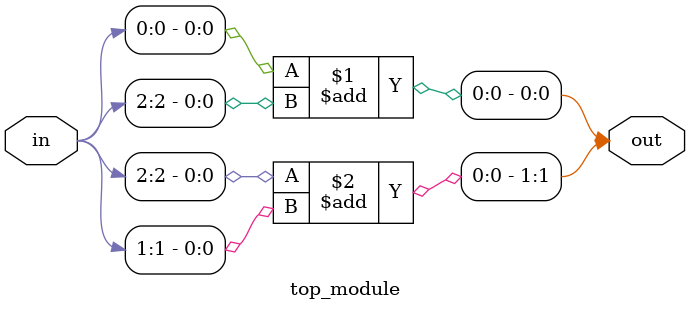
<source format=sv>
module top_module (
  input [2:0] in,
  output [1:0] out
);
  assign out = {in[2]+in[1], in[0]+in[2]};
endmodule

</source>
